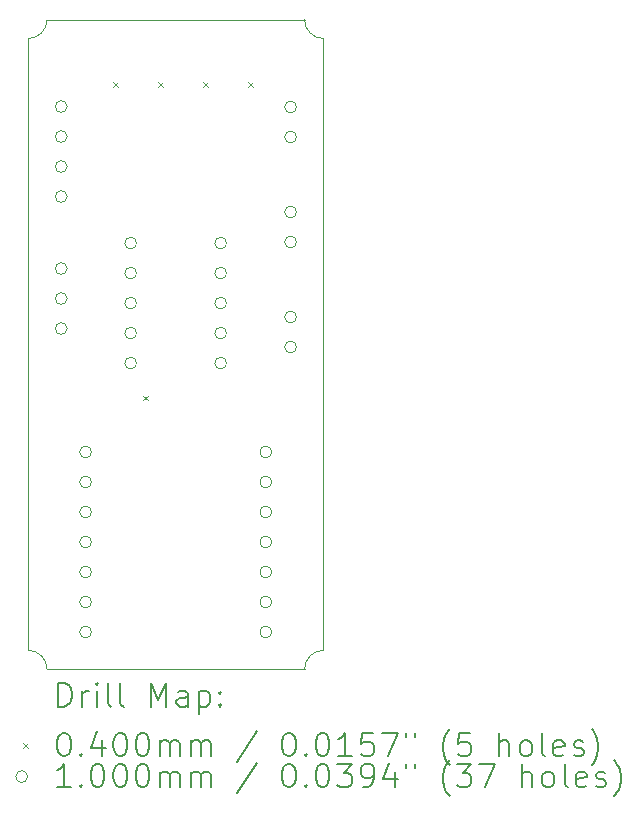
<source format=gbr>
%TF.GenerationSoftware,KiCad,Pcbnew,7.0.9*%
%TF.CreationDate,2025-03-23T17:44:27-04:00*%
%TF.ProjectId,Compact_Control,436f6d70-6163-4745-9f43-6f6e74726f6c,rev?*%
%TF.SameCoordinates,Original*%
%TF.FileFunction,Drillmap*%
%TF.FilePolarity,Positive*%
%FSLAX45Y45*%
G04 Gerber Fmt 4.5, Leading zero omitted, Abs format (unit mm)*
G04 Created by KiCad (PCBNEW 7.0.9) date 2025-03-23 17:44:27*
%MOMM*%
%LPD*%
G01*
G04 APERTURE LIST*
%ADD10C,0.100000*%
%ADD11C,0.200000*%
G04 APERTURE END LIST*
D10*
X160000Y-5500000D02*
G75*
G03*
X0Y-5340000I-160000J0D01*
G01*
X2500000Y-5340000D02*
G75*
G03*
X2340000Y-5500000I0J-160000D01*
G01*
X0Y-5340000D02*
X0Y-160000D01*
X2500000Y-160000D02*
X2500000Y-5340000D01*
X0Y-160000D02*
G75*
G03*
X160000Y0I0J160000D01*
G01*
X2340000Y0D02*
G75*
G03*
X2500000Y-160000I160000J0D01*
G01*
X2340000Y-5500000D02*
X160000Y-5500000D01*
X160000Y0D02*
X2340000Y0D01*
D11*
D10*
X720774Y-529196D02*
X760774Y-569196D01*
X760774Y-529196D02*
X720774Y-569196D01*
X974774Y-3183496D02*
X1014774Y-3223496D01*
X1014774Y-3183496D02*
X974774Y-3223496D01*
X1101774Y-529196D02*
X1141774Y-569196D01*
X1141774Y-529196D02*
X1101774Y-569196D01*
X1482774Y-529196D02*
X1522774Y-569196D01*
X1522774Y-529196D02*
X1482774Y-569196D01*
X1863774Y-529196D02*
X1903774Y-569196D01*
X1903774Y-529196D02*
X1863774Y-569196D01*
X329400Y-736600D02*
G75*
G03*
X329400Y-736600I-50000J0D01*
G01*
X329400Y-990600D02*
G75*
G03*
X329400Y-990600I-50000J0D01*
G01*
X329400Y-1244600D02*
G75*
G03*
X329400Y-1244600I-50000J0D01*
G01*
X329400Y-1498600D02*
G75*
G03*
X329400Y-1498600I-50000J0D01*
G01*
X329400Y-2108200D02*
G75*
G03*
X329400Y-2108200I-50000J0D01*
G01*
X329400Y-2362200D02*
G75*
G03*
X329400Y-2362200I-50000J0D01*
G01*
X329400Y-2616200D02*
G75*
G03*
X329400Y-2616200I-50000J0D01*
G01*
X536774Y-3660696D02*
G75*
G03*
X536774Y-3660696I-50000J0D01*
G01*
X536774Y-3914696D02*
G75*
G03*
X536774Y-3914696I-50000J0D01*
G01*
X536774Y-4168696D02*
G75*
G03*
X536774Y-4168696I-50000J0D01*
G01*
X536774Y-4422696D02*
G75*
G03*
X536774Y-4422696I-50000J0D01*
G01*
X536774Y-4676696D02*
G75*
G03*
X536774Y-4676696I-50000J0D01*
G01*
X536774Y-4930696D02*
G75*
G03*
X536774Y-4930696I-50000J0D01*
G01*
X536774Y-5184696D02*
G75*
G03*
X536774Y-5184696I-50000J0D01*
G01*
X917774Y-1892696D02*
G75*
G03*
X917774Y-1892696I-50000J0D01*
G01*
X917774Y-2146696D02*
G75*
G03*
X917774Y-2146696I-50000J0D01*
G01*
X917774Y-2400696D02*
G75*
G03*
X917774Y-2400696I-50000J0D01*
G01*
X917774Y-2654696D02*
G75*
G03*
X917774Y-2654696I-50000J0D01*
G01*
X917774Y-2908696D02*
G75*
G03*
X917774Y-2908696I-50000J0D01*
G01*
X1679774Y-1892696D02*
G75*
G03*
X1679774Y-1892696I-50000J0D01*
G01*
X1679774Y-2146696D02*
G75*
G03*
X1679774Y-2146696I-50000J0D01*
G01*
X1679774Y-2400696D02*
G75*
G03*
X1679774Y-2400696I-50000J0D01*
G01*
X1679774Y-2654696D02*
G75*
G03*
X1679774Y-2654696I-50000J0D01*
G01*
X1679774Y-2908696D02*
G75*
G03*
X1679774Y-2908696I-50000J0D01*
G01*
X2061774Y-3660696D02*
G75*
G03*
X2061774Y-3660696I-50000J0D01*
G01*
X2061774Y-3914696D02*
G75*
G03*
X2061774Y-3914696I-50000J0D01*
G01*
X2061774Y-4168696D02*
G75*
G03*
X2061774Y-4168696I-50000J0D01*
G01*
X2061774Y-4422696D02*
G75*
G03*
X2061774Y-4422696I-50000J0D01*
G01*
X2061774Y-4676696D02*
G75*
G03*
X2061774Y-4676696I-50000J0D01*
G01*
X2061774Y-4930696D02*
G75*
G03*
X2061774Y-4930696I-50000J0D01*
G01*
X2061774Y-5184696D02*
G75*
G03*
X2061774Y-5184696I-50000J0D01*
G01*
X2272500Y-739696D02*
G75*
G03*
X2272500Y-739696I-50000J0D01*
G01*
X2272500Y-993696D02*
G75*
G03*
X2272500Y-993696I-50000J0D01*
G01*
X2272500Y-1628696D02*
G75*
G03*
X2272500Y-1628696I-50000J0D01*
G01*
X2272500Y-1882696D02*
G75*
G03*
X2272500Y-1882696I-50000J0D01*
G01*
X2272500Y-2517696D02*
G75*
G03*
X2272500Y-2517696I-50000J0D01*
G01*
X2272500Y-2771696D02*
G75*
G03*
X2272500Y-2771696I-50000J0D01*
G01*
D11*
X255777Y-5816484D02*
X255777Y-5616484D01*
X255777Y-5616484D02*
X303396Y-5616484D01*
X303396Y-5616484D02*
X331967Y-5626008D01*
X331967Y-5626008D02*
X351015Y-5645055D01*
X351015Y-5645055D02*
X360539Y-5664103D01*
X360539Y-5664103D02*
X370062Y-5702198D01*
X370062Y-5702198D02*
X370062Y-5730769D01*
X370062Y-5730769D02*
X360539Y-5768865D01*
X360539Y-5768865D02*
X351015Y-5787912D01*
X351015Y-5787912D02*
X331967Y-5806960D01*
X331967Y-5806960D02*
X303396Y-5816484D01*
X303396Y-5816484D02*
X255777Y-5816484D01*
X455777Y-5816484D02*
X455777Y-5683150D01*
X455777Y-5721246D02*
X465301Y-5702198D01*
X465301Y-5702198D02*
X474824Y-5692674D01*
X474824Y-5692674D02*
X493872Y-5683150D01*
X493872Y-5683150D02*
X512920Y-5683150D01*
X579586Y-5816484D02*
X579586Y-5683150D01*
X579586Y-5616484D02*
X570063Y-5626008D01*
X570063Y-5626008D02*
X579586Y-5635531D01*
X579586Y-5635531D02*
X589110Y-5626008D01*
X589110Y-5626008D02*
X579586Y-5616484D01*
X579586Y-5616484D02*
X579586Y-5635531D01*
X703396Y-5816484D02*
X684348Y-5806960D01*
X684348Y-5806960D02*
X674824Y-5787912D01*
X674824Y-5787912D02*
X674824Y-5616484D01*
X808158Y-5816484D02*
X789110Y-5806960D01*
X789110Y-5806960D02*
X779586Y-5787912D01*
X779586Y-5787912D02*
X779586Y-5616484D01*
X1036729Y-5816484D02*
X1036729Y-5616484D01*
X1036729Y-5616484D02*
X1103396Y-5759341D01*
X1103396Y-5759341D02*
X1170063Y-5616484D01*
X1170063Y-5616484D02*
X1170063Y-5816484D01*
X1351015Y-5816484D02*
X1351015Y-5711722D01*
X1351015Y-5711722D02*
X1341491Y-5692674D01*
X1341491Y-5692674D02*
X1322444Y-5683150D01*
X1322444Y-5683150D02*
X1284348Y-5683150D01*
X1284348Y-5683150D02*
X1265301Y-5692674D01*
X1351015Y-5806960D02*
X1331967Y-5816484D01*
X1331967Y-5816484D02*
X1284348Y-5816484D01*
X1284348Y-5816484D02*
X1265301Y-5806960D01*
X1265301Y-5806960D02*
X1255777Y-5787912D01*
X1255777Y-5787912D02*
X1255777Y-5768865D01*
X1255777Y-5768865D02*
X1265301Y-5749817D01*
X1265301Y-5749817D02*
X1284348Y-5740293D01*
X1284348Y-5740293D02*
X1331967Y-5740293D01*
X1331967Y-5740293D02*
X1351015Y-5730769D01*
X1446253Y-5683150D02*
X1446253Y-5883150D01*
X1446253Y-5692674D02*
X1465301Y-5683150D01*
X1465301Y-5683150D02*
X1503396Y-5683150D01*
X1503396Y-5683150D02*
X1522443Y-5692674D01*
X1522443Y-5692674D02*
X1531967Y-5702198D01*
X1531967Y-5702198D02*
X1541491Y-5721246D01*
X1541491Y-5721246D02*
X1541491Y-5778388D01*
X1541491Y-5778388D02*
X1531967Y-5797436D01*
X1531967Y-5797436D02*
X1522443Y-5806960D01*
X1522443Y-5806960D02*
X1503396Y-5816484D01*
X1503396Y-5816484D02*
X1465301Y-5816484D01*
X1465301Y-5816484D02*
X1446253Y-5806960D01*
X1627205Y-5797436D02*
X1636729Y-5806960D01*
X1636729Y-5806960D02*
X1627205Y-5816484D01*
X1627205Y-5816484D02*
X1617682Y-5806960D01*
X1617682Y-5806960D02*
X1627205Y-5797436D01*
X1627205Y-5797436D02*
X1627205Y-5816484D01*
X1627205Y-5692674D02*
X1636729Y-5702198D01*
X1636729Y-5702198D02*
X1627205Y-5711722D01*
X1627205Y-5711722D02*
X1617682Y-5702198D01*
X1617682Y-5702198D02*
X1627205Y-5692674D01*
X1627205Y-5692674D02*
X1627205Y-5711722D01*
D10*
X-45000Y-6125000D02*
X-5000Y-6165000D01*
X-5000Y-6125000D02*
X-45000Y-6165000D01*
D11*
X293872Y-6036484D02*
X312920Y-6036484D01*
X312920Y-6036484D02*
X331967Y-6046008D01*
X331967Y-6046008D02*
X341491Y-6055531D01*
X341491Y-6055531D02*
X351015Y-6074579D01*
X351015Y-6074579D02*
X360539Y-6112674D01*
X360539Y-6112674D02*
X360539Y-6160293D01*
X360539Y-6160293D02*
X351015Y-6198388D01*
X351015Y-6198388D02*
X341491Y-6217436D01*
X341491Y-6217436D02*
X331967Y-6226960D01*
X331967Y-6226960D02*
X312920Y-6236484D01*
X312920Y-6236484D02*
X293872Y-6236484D01*
X293872Y-6236484D02*
X274824Y-6226960D01*
X274824Y-6226960D02*
X265301Y-6217436D01*
X265301Y-6217436D02*
X255777Y-6198388D01*
X255777Y-6198388D02*
X246253Y-6160293D01*
X246253Y-6160293D02*
X246253Y-6112674D01*
X246253Y-6112674D02*
X255777Y-6074579D01*
X255777Y-6074579D02*
X265301Y-6055531D01*
X265301Y-6055531D02*
X274824Y-6046008D01*
X274824Y-6046008D02*
X293872Y-6036484D01*
X446253Y-6217436D02*
X455777Y-6226960D01*
X455777Y-6226960D02*
X446253Y-6236484D01*
X446253Y-6236484D02*
X436729Y-6226960D01*
X436729Y-6226960D02*
X446253Y-6217436D01*
X446253Y-6217436D02*
X446253Y-6236484D01*
X627205Y-6103150D02*
X627205Y-6236484D01*
X579586Y-6026960D02*
X531967Y-6169817D01*
X531967Y-6169817D02*
X655777Y-6169817D01*
X770062Y-6036484D02*
X789110Y-6036484D01*
X789110Y-6036484D02*
X808158Y-6046008D01*
X808158Y-6046008D02*
X817682Y-6055531D01*
X817682Y-6055531D02*
X827205Y-6074579D01*
X827205Y-6074579D02*
X836729Y-6112674D01*
X836729Y-6112674D02*
X836729Y-6160293D01*
X836729Y-6160293D02*
X827205Y-6198388D01*
X827205Y-6198388D02*
X817682Y-6217436D01*
X817682Y-6217436D02*
X808158Y-6226960D01*
X808158Y-6226960D02*
X789110Y-6236484D01*
X789110Y-6236484D02*
X770062Y-6236484D01*
X770062Y-6236484D02*
X751015Y-6226960D01*
X751015Y-6226960D02*
X741491Y-6217436D01*
X741491Y-6217436D02*
X731967Y-6198388D01*
X731967Y-6198388D02*
X722443Y-6160293D01*
X722443Y-6160293D02*
X722443Y-6112674D01*
X722443Y-6112674D02*
X731967Y-6074579D01*
X731967Y-6074579D02*
X741491Y-6055531D01*
X741491Y-6055531D02*
X751015Y-6046008D01*
X751015Y-6046008D02*
X770062Y-6036484D01*
X960539Y-6036484D02*
X979586Y-6036484D01*
X979586Y-6036484D02*
X998634Y-6046008D01*
X998634Y-6046008D02*
X1008158Y-6055531D01*
X1008158Y-6055531D02*
X1017682Y-6074579D01*
X1017682Y-6074579D02*
X1027205Y-6112674D01*
X1027205Y-6112674D02*
X1027205Y-6160293D01*
X1027205Y-6160293D02*
X1017682Y-6198388D01*
X1017682Y-6198388D02*
X1008158Y-6217436D01*
X1008158Y-6217436D02*
X998634Y-6226960D01*
X998634Y-6226960D02*
X979586Y-6236484D01*
X979586Y-6236484D02*
X960539Y-6236484D01*
X960539Y-6236484D02*
X941491Y-6226960D01*
X941491Y-6226960D02*
X931967Y-6217436D01*
X931967Y-6217436D02*
X922443Y-6198388D01*
X922443Y-6198388D02*
X912920Y-6160293D01*
X912920Y-6160293D02*
X912920Y-6112674D01*
X912920Y-6112674D02*
X922443Y-6074579D01*
X922443Y-6074579D02*
X931967Y-6055531D01*
X931967Y-6055531D02*
X941491Y-6046008D01*
X941491Y-6046008D02*
X960539Y-6036484D01*
X1112920Y-6236484D02*
X1112920Y-6103150D01*
X1112920Y-6122198D02*
X1122444Y-6112674D01*
X1122444Y-6112674D02*
X1141491Y-6103150D01*
X1141491Y-6103150D02*
X1170063Y-6103150D01*
X1170063Y-6103150D02*
X1189110Y-6112674D01*
X1189110Y-6112674D02*
X1198634Y-6131722D01*
X1198634Y-6131722D02*
X1198634Y-6236484D01*
X1198634Y-6131722D02*
X1208158Y-6112674D01*
X1208158Y-6112674D02*
X1227205Y-6103150D01*
X1227205Y-6103150D02*
X1255777Y-6103150D01*
X1255777Y-6103150D02*
X1274825Y-6112674D01*
X1274825Y-6112674D02*
X1284348Y-6131722D01*
X1284348Y-6131722D02*
X1284348Y-6236484D01*
X1379586Y-6236484D02*
X1379586Y-6103150D01*
X1379586Y-6122198D02*
X1389110Y-6112674D01*
X1389110Y-6112674D02*
X1408158Y-6103150D01*
X1408158Y-6103150D02*
X1436729Y-6103150D01*
X1436729Y-6103150D02*
X1455777Y-6112674D01*
X1455777Y-6112674D02*
X1465301Y-6131722D01*
X1465301Y-6131722D02*
X1465301Y-6236484D01*
X1465301Y-6131722D02*
X1474824Y-6112674D01*
X1474824Y-6112674D02*
X1493872Y-6103150D01*
X1493872Y-6103150D02*
X1522443Y-6103150D01*
X1522443Y-6103150D02*
X1541491Y-6112674D01*
X1541491Y-6112674D02*
X1551015Y-6131722D01*
X1551015Y-6131722D02*
X1551015Y-6236484D01*
X1941491Y-6026960D02*
X1770063Y-6284103D01*
X2198634Y-6036484D02*
X2217682Y-6036484D01*
X2217682Y-6036484D02*
X2236729Y-6046008D01*
X2236729Y-6046008D02*
X2246253Y-6055531D01*
X2246253Y-6055531D02*
X2255777Y-6074579D01*
X2255777Y-6074579D02*
X2265301Y-6112674D01*
X2265301Y-6112674D02*
X2265301Y-6160293D01*
X2265301Y-6160293D02*
X2255777Y-6198388D01*
X2255777Y-6198388D02*
X2246253Y-6217436D01*
X2246253Y-6217436D02*
X2236729Y-6226960D01*
X2236729Y-6226960D02*
X2217682Y-6236484D01*
X2217682Y-6236484D02*
X2198634Y-6236484D01*
X2198634Y-6236484D02*
X2179587Y-6226960D01*
X2179587Y-6226960D02*
X2170063Y-6217436D01*
X2170063Y-6217436D02*
X2160539Y-6198388D01*
X2160539Y-6198388D02*
X2151015Y-6160293D01*
X2151015Y-6160293D02*
X2151015Y-6112674D01*
X2151015Y-6112674D02*
X2160539Y-6074579D01*
X2160539Y-6074579D02*
X2170063Y-6055531D01*
X2170063Y-6055531D02*
X2179587Y-6046008D01*
X2179587Y-6046008D02*
X2198634Y-6036484D01*
X2351015Y-6217436D02*
X2360539Y-6226960D01*
X2360539Y-6226960D02*
X2351015Y-6236484D01*
X2351015Y-6236484D02*
X2341491Y-6226960D01*
X2341491Y-6226960D02*
X2351015Y-6217436D01*
X2351015Y-6217436D02*
X2351015Y-6236484D01*
X2484348Y-6036484D02*
X2503396Y-6036484D01*
X2503396Y-6036484D02*
X2522444Y-6046008D01*
X2522444Y-6046008D02*
X2531968Y-6055531D01*
X2531968Y-6055531D02*
X2541491Y-6074579D01*
X2541491Y-6074579D02*
X2551015Y-6112674D01*
X2551015Y-6112674D02*
X2551015Y-6160293D01*
X2551015Y-6160293D02*
X2541491Y-6198388D01*
X2541491Y-6198388D02*
X2531968Y-6217436D01*
X2531968Y-6217436D02*
X2522444Y-6226960D01*
X2522444Y-6226960D02*
X2503396Y-6236484D01*
X2503396Y-6236484D02*
X2484348Y-6236484D01*
X2484348Y-6236484D02*
X2465301Y-6226960D01*
X2465301Y-6226960D02*
X2455777Y-6217436D01*
X2455777Y-6217436D02*
X2446253Y-6198388D01*
X2446253Y-6198388D02*
X2436729Y-6160293D01*
X2436729Y-6160293D02*
X2436729Y-6112674D01*
X2436729Y-6112674D02*
X2446253Y-6074579D01*
X2446253Y-6074579D02*
X2455777Y-6055531D01*
X2455777Y-6055531D02*
X2465301Y-6046008D01*
X2465301Y-6046008D02*
X2484348Y-6036484D01*
X2741491Y-6236484D02*
X2627206Y-6236484D01*
X2684348Y-6236484D02*
X2684348Y-6036484D01*
X2684348Y-6036484D02*
X2665301Y-6065055D01*
X2665301Y-6065055D02*
X2646253Y-6084103D01*
X2646253Y-6084103D02*
X2627206Y-6093627D01*
X2922444Y-6036484D02*
X2827206Y-6036484D01*
X2827206Y-6036484D02*
X2817682Y-6131722D01*
X2817682Y-6131722D02*
X2827206Y-6122198D01*
X2827206Y-6122198D02*
X2846253Y-6112674D01*
X2846253Y-6112674D02*
X2893872Y-6112674D01*
X2893872Y-6112674D02*
X2912920Y-6122198D01*
X2912920Y-6122198D02*
X2922444Y-6131722D01*
X2922444Y-6131722D02*
X2931967Y-6150769D01*
X2931967Y-6150769D02*
X2931967Y-6198388D01*
X2931967Y-6198388D02*
X2922444Y-6217436D01*
X2922444Y-6217436D02*
X2912920Y-6226960D01*
X2912920Y-6226960D02*
X2893872Y-6236484D01*
X2893872Y-6236484D02*
X2846253Y-6236484D01*
X2846253Y-6236484D02*
X2827206Y-6226960D01*
X2827206Y-6226960D02*
X2817682Y-6217436D01*
X2998634Y-6036484D02*
X3131967Y-6036484D01*
X3131967Y-6036484D02*
X3046253Y-6236484D01*
X3198634Y-6036484D02*
X3198634Y-6074579D01*
X3274825Y-6036484D02*
X3274825Y-6074579D01*
X3570063Y-6312674D02*
X3560539Y-6303150D01*
X3560539Y-6303150D02*
X3541491Y-6274579D01*
X3541491Y-6274579D02*
X3531968Y-6255531D01*
X3531968Y-6255531D02*
X3522444Y-6226960D01*
X3522444Y-6226960D02*
X3512920Y-6179341D01*
X3512920Y-6179341D02*
X3512920Y-6141246D01*
X3512920Y-6141246D02*
X3522444Y-6093627D01*
X3522444Y-6093627D02*
X3531968Y-6065055D01*
X3531968Y-6065055D02*
X3541491Y-6046008D01*
X3541491Y-6046008D02*
X3560539Y-6017436D01*
X3560539Y-6017436D02*
X3570063Y-6007912D01*
X3741491Y-6036484D02*
X3646253Y-6036484D01*
X3646253Y-6036484D02*
X3636729Y-6131722D01*
X3636729Y-6131722D02*
X3646253Y-6122198D01*
X3646253Y-6122198D02*
X3665301Y-6112674D01*
X3665301Y-6112674D02*
X3712920Y-6112674D01*
X3712920Y-6112674D02*
X3731968Y-6122198D01*
X3731968Y-6122198D02*
X3741491Y-6131722D01*
X3741491Y-6131722D02*
X3751015Y-6150769D01*
X3751015Y-6150769D02*
X3751015Y-6198388D01*
X3751015Y-6198388D02*
X3741491Y-6217436D01*
X3741491Y-6217436D02*
X3731968Y-6226960D01*
X3731968Y-6226960D02*
X3712920Y-6236484D01*
X3712920Y-6236484D02*
X3665301Y-6236484D01*
X3665301Y-6236484D02*
X3646253Y-6226960D01*
X3646253Y-6226960D02*
X3636729Y-6217436D01*
X3989110Y-6236484D02*
X3989110Y-6036484D01*
X4074825Y-6236484D02*
X4074825Y-6131722D01*
X4074825Y-6131722D02*
X4065301Y-6112674D01*
X4065301Y-6112674D02*
X4046253Y-6103150D01*
X4046253Y-6103150D02*
X4017682Y-6103150D01*
X4017682Y-6103150D02*
X3998634Y-6112674D01*
X3998634Y-6112674D02*
X3989110Y-6122198D01*
X4198634Y-6236484D02*
X4179587Y-6226960D01*
X4179587Y-6226960D02*
X4170063Y-6217436D01*
X4170063Y-6217436D02*
X4160539Y-6198388D01*
X4160539Y-6198388D02*
X4160539Y-6141246D01*
X4160539Y-6141246D02*
X4170063Y-6122198D01*
X4170063Y-6122198D02*
X4179587Y-6112674D01*
X4179587Y-6112674D02*
X4198634Y-6103150D01*
X4198634Y-6103150D02*
X4227206Y-6103150D01*
X4227206Y-6103150D02*
X4246253Y-6112674D01*
X4246253Y-6112674D02*
X4255777Y-6122198D01*
X4255777Y-6122198D02*
X4265301Y-6141246D01*
X4265301Y-6141246D02*
X4265301Y-6198388D01*
X4265301Y-6198388D02*
X4255777Y-6217436D01*
X4255777Y-6217436D02*
X4246253Y-6226960D01*
X4246253Y-6226960D02*
X4227206Y-6236484D01*
X4227206Y-6236484D02*
X4198634Y-6236484D01*
X4379587Y-6236484D02*
X4360539Y-6226960D01*
X4360539Y-6226960D02*
X4351015Y-6207912D01*
X4351015Y-6207912D02*
X4351015Y-6036484D01*
X4531968Y-6226960D02*
X4512920Y-6236484D01*
X4512920Y-6236484D02*
X4474825Y-6236484D01*
X4474825Y-6236484D02*
X4455777Y-6226960D01*
X4455777Y-6226960D02*
X4446253Y-6207912D01*
X4446253Y-6207912D02*
X4446253Y-6131722D01*
X4446253Y-6131722D02*
X4455777Y-6112674D01*
X4455777Y-6112674D02*
X4474825Y-6103150D01*
X4474825Y-6103150D02*
X4512920Y-6103150D01*
X4512920Y-6103150D02*
X4531968Y-6112674D01*
X4531968Y-6112674D02*
X4541492Y-6131722D01*
X4541492Y-6131722D02*
X4541492Y-6150769D01*
X4541492Y-6150769D02*
X4446253Y-6169817D01*
X4617682Y-6226960D02*
X4636730Y-6236484D01*
X4636730Y-6236484D02*
X4674825Y-6236484D01*
X4674825Y-6236484D02*
X4693873Y-6226960D01*
X4693873Y-6226960D02*
X4703396Y-6207912D01*
X4703396Y-6207912D02*
X4703396Y-6198388D01*
X4703396Y-6198388D02*
X4693873Y-6179341D01*
X4693873Y-6179341D02*
X4674825Y-6169817D01*
X4674825Y-6169817D02*
X4646253Y-6169817D01*
X4646253Y-6169817D02*
X4627206Y-6160293D01*
X4627206Y-6160293D02*
X4617682Y-6141246D01*
X4617682Y-6141246D02*
X4617682Y-6131722D01*
X4617682Y-6131722D02*
X4627206Y-6112674D01*
X4627206Y-6112674D02*
X4646253Y-6103150D01*
X4646253Y-6103150D02*
X4674825Y-6103150D01*
X4674825Y-6103150D02*
X4693873Y-6112674D01*
X4770063Y-6312674D02*
X4779587Y-6303150D01*
X4779587Y-6303150D02*
X4798634Y-6274579D01*
X4798634Y-6274579D02*
X4808158Y-6255531D01*
X4808158Y-6255531D02*
X4817682Y-6226960D01*
X4817682Y-6226960D02*
X4827206Y-6179341D01*
X4827206Y-6179341D02*
X4827206Y-6141246D01*
X4827206Y-6141246D02*
X4817682Y-6093627D01*
X4817682Y-6093627D02*
X4808158Y-6065055D01*
X4808158Y-6065055D02*
X4798634Y-6046008D01*
X4798634Y-6046008D02*
X4779587Y-6017436D01*
X4779587Y-6017436D02*
X4770063Y-6007912D01*
D10*
X-5000Y-6409000D02*
G75*
G03*
X-5000Y-6409000I-50000J0D01*
G01*
D11*
X360539Y-6500484D02*
X246253Y-6500484D01*
X303396Y-6500484D02*
X303396Y-6300484D01*
X303396Y-6300484D02*
X284348Y-6329055D01*
X284348Y-6329055D02*
X265301Y-6348103D01*
X265301Y-6348103D02*
X246253Y-6357627D01*
X446253Y-6481436D02*
X455777Y-6490960D01*
X455777Y-6490960D02*
X446253Y-6500484D01*
X446253Y-6500484D02*
X436729Y-6490960D01*
X436729Y-6490960D02*
X446253Y-6481436D01*
X446253Y-6481436D02*
X446253Y-6500484D01*
X579586Y-6300484D02*
X598634Y-6300484D01*
X598634Y-6300484D02*
X617682Y-6310008D01*
X617682Y-6310008D02*
X627205Y-6319531D01*
X627205Y-6319531D02*
X636729Y-6338579D01*
X636729Y-6338579D02*
X646253Y-6376674D01*
X646253Y-6376674D02*
X646253Y-6424293D01*
X646253Y-6424293D02*
X636729Y-6462388D01*
X636729Y-6462388D02*
X627205Y-6481436D01*
X627205Y-6481436D02*
X617682Y-6490960D01*
X617682Y-6490960D02*
X598634Y-6500484D01*
X598634Y-6500484D02*
X579586Y-6500484D01*
X579586Y-6500484D02*
X560539Y-6490960D01*
X560539Y-6490960D02*
X551015Y-6481436D01*
X551015Y-6481436D02*
X541491Y-6462388D01*
X541491Y-6462388D02*
X531967Y-6424293D01*
X531967Y-6424293D02*
X531967Y-6376674D01*
X531967Y-6376674D02*
X541491Y-6338579D01*
X541491Y-6338579D02*
X551015Y-6319531D01*
X551015Y-6319531D02*
X560539Y-6310008D01*
X560539Y-6310008D02*
X579586Y-6300484D01*
X770062Y-6300484D02*
X789110Y-6300484D01*
X789110Y-6300484D02*
X808158Y-6310008D01*
X808158Y-6310008D02*
X817682Y-6319531D01*
X817682Y-6319531D02*
X827205Y-6338579D01*
X827205Y-6338579D02*
X836729Y-6376674D01*
X836729Y-6376674D02*
X836729Y-6424293D01*
X836729Y-6424293D02*
X827205Y-6462388D01*
X827205Y-6462388D02*
X817682Y-6481436D01*
X817682Y-6481436D02*
X808158Y-6490960D01*
X808158Y-6490960D02*
X789110Y-6500484D01*
X789110Y-6500484D02*
X770062Y-6500484D01*
X770062Y-6500484D02*
X751015Y-6490960D01*
X751015Y-6490960D02*
X741491Y-6481436D01*
X741491Y-6481436D02*
X731967Y-6462388D01*
X731967Y-6462388D02*
X722443Y-6424293D01*
X722443Y-6424293D02*
X722443Y-6376674D01*
X722443Y-6376674D02*
X731967Y-6338579D01*
X731967Y-6338579D02*
X741491Y-6319531D01*
X741491Y-6319531D02*
X751015Y-6310008D01*
X751015Y-6310008D02*
X770062Y-6300484D01*
X960539Y-6300484D02*
X979586Y-6300484D01*
X979586Y-6300484D02*
X998634Y-6310008D01*
X998634Y-6310008D02*
X1008158Y-6319531D01*
X1008158Y-6319531D02*
X1017682Y-6338579D01*
X1017682Y-6338579D02*
X1027205Y-6376674D01*
X1027205Y-6376674D02*
X1027205Y-6424293D01*
X1027205Y-6424293D02*
X1017682Y-6462388D01*
X1017682Y-6462388D02*
X1008158Y-6481436D01*
X1008158Y-6481436D02*
X998634Y-6490960D01*
X998634Y-6490960D02*
X979586Y-6500484D01*
X979586Y-6500484D02*
X960539Y-6500484D01*
X960539Y-6500484D02*
X941491Y-6490960D01*
X941491Y-6490960D02*
X931967Y-6481436D01*
X931967Y-6481436D02*
X922443Y-6462388D01*
X922443Y-6462388D02*
X912920Y-6424293D01*
X912920Y-6424293D02*
X912920Y-6376674D01*
X912920Y-6376674D02*
X922443Y-6338579D01*
X922443Y-6338579D02*
X931967Y-6319531D01*
X931967Y-6319531D02*
X941491Y-6310008D01*
X941491Y-6310008D02*
X960539Y-6300484D01*
X1112920Y-6500484D02*
X1112920Y-6367150D01*
X1112920Y-6386198D02*
X1122444Y-6376674D01*
X1122444Y-6376674D02*
X1141491Y-6367150D01*
X1141491Y-6367150D02*
X1170063Y-6367150D01*
X1170063Y-6367150D02*
X1189110Y-6376674D01*
X1189110Y-6376674D02*
X1198634Y-6395722D01*
X1198634Y-6395722D02*
X1198634Y-6500484D01*
X1198634Y-6395722D02*
X1208158Y-6376674D01*
X1208158Y-6376674D02*
X1227205Y-6367150D01*
X1227205Y-6367150D02*
X1255777Y-6367150D01*
X1255777Y-6367150D02*
X1274825Y-6376674D01*
X1274825Y-6376674D02*
X1284348Y-6395722D01*
X1284348Y-6395722D02*
X1284348Y-6500484D01*
X1379586Y-6500484D02*
X1379586Y-6367150D01*
X1379586Y-6386198D02*
X1389110Y-6376674D01*
X1389110Y-6376674D02*
X1408158Y-6367150D01*
X1408158Y-6367150D02*
X1436729Y-6367150D01*
X1436729Y-6367150D02*
X1455777Y-6376674D01*
X1455777Y-6376674D02*
X1465301Y-6395722D01*
X1465301Y-6395722D02*
X1465301Y-6500484D01*
X1465301Y-6395722D02*
X1474824Y-6376674D01*
X1474824Y-6376674D02*
X1493872Y-6367150D01*
X1493872Y-6367150D02*
X1522443Y-6367150D01*
X1522443Y-6367150D02*
X1541491Y-6376674D01*
X1541491Y-6376674D02*
X1551015Y-6395722D01*
X1551015Y-6395722D02*
X1551015Y-6500484D01*
X1941491Y-6290960D02*
X1770063Y-6548103D01*
X2198634Y-6300484D02*
X2217682Y-6300484D01*
X2217682Y-6300484D02*
X2236729Y-6310008D01*
X2236729Y-6310008D02*
X2246253Y-6319531D01*
X2246253Y-6319531D02*
X2255777Y-6338579D01*
X2255777Y-6338579D02*
X2265301Y-6376674D01*
X2265301Y-6376674D02*
X2265301Y-6424293D01*
X2265301Y-6424293D02*
X2255777Y-6462388D01*
X2255777Y-6462388D02*
X2246253Y-6481436D01*
X2246253Y-6481436D02*
X2236729Y-6490960D01*
X2236729Y-6490960D02*
X2217682Y-6500484D01*
X2217682Y-6500484D02*
X2198634Y-6500484D01*
X2198634Y-6500484D02*
X2179587Y-6490960D01*
X2179587Y-6490960D02*
X2170063Y-6481436D01*
X2170063Y-6481436D02*
X2160539Y-6462388D01*
X2160539Y-6462388D02*
X2151015Y-6424293D01*
X2151015Y-6424293D02*
X2151015Y-6376674D01*
X2151015Y-6376674D02*
X2160539Y-6338579D01*
X2160539Y-6338579D02*
X2170063Y-6319531D01*
X2170063Y-6319531D02*
X2179587Y-6310008D01*
X2179587Y-6310008D02*
X2198634Y-6300484D01*
X2351015Y-6481436D02*
X2360539Y-6490960D01*
X2360539Y-6490960D02*
X2351015Y-6500484D01*
X2351015Y-6500484D02*
X2341491Y-6490960D01*
X2341491Y-6490960D02*
X2351015Y-6481436D01*
X2351015Y-6481436D02*
X2351015Y-6500484D01*
X2484348Y-6300484D02*
X2503396Y-6300484D01*
X2503396Y-6300484D02*
X2522444Y-6310008D01*
X2522444Y-6310008D02*
X2531968Y-6319531D01*
X2531968Y-6319531D02*
X2541491Y-6338579D01*
X2541491Y-6338579D02*
X2551015Y-6376674D01*
X2551015Y-6376674D02*
X2551015Y-6424293D01*
X2551015Y-6424293D02*
X2541491Y-6462388D01*
X2541491Y-6462388D02*
X2531968Y-6481436D01*
X2531968Y-6481436D02*
X2522444Y-6490960D01*
X2522444Y-6490960D02*
X2503396Y-6500484D01*
X2503396Y-6500484D02*
X2484348Y-6500484D01*
X2484348Y-6500484D02*
X2465301Y-6490960D01*
X2465301Y-6490960D02*
X2455777Y-6481436D01*
X2455777Y-6481436D02*
X2446253Y-6462388D01*
X2446253Y-6462388D02*
X2436729Y-6424293D01*
X2436729Y-6424293D02*
X2436729Y-6376674D01*
X2436729Y-6376674D02*
X2446253Y-6338579D01*
X2446253Y-6338579D02*
X2455777Y-6319531D01*
X2455777Y-6319531D02*
X2465301Y-6310008D01*
X2465301Y-6310008D02*
X2484348Y-6300484D01*
X2617682Y-6300484D02*
X2741491Y-6300484D01*
X2741491Y-6300484D02*
X2674825Y-6376674D01*
X2674825Y-6376674D02*
X2703396Y-6376674D01*
X2703396Y-6376674D02*
X2722444Y-6386198D01*
X2722444Y-6386198D02*
X2731968Y-6395722D01*
X2731968Y-6395722D02*
X2741491Y-6414769D01*
X2741491Y-6414769D02*
X2741491Y-6462388D01*
X2741491Y-6462388D02*
X2731968Y-6481436D01*
X2731968Y-6481436D02*
X2722444Y-6490960D01*
X2722444Y-6490960D02*
X2703396Y-6500484D01*
X2703396Y-6500484D02*
X2646253Y-6500484D01*
X2646253Y-6500484D02*
X2627206Y-6490960D01*
X2627206Y-6490960D02*
X2617682Y-6481436D01*
X2836729Y-6500484D02*
X2874825Y-6500484D01*
X2874825Y-6500484D02*
X2893872Y-6490960D01*
X2893872Y-6490960D02*
X2903396Y-6481436D01*
X2903396Y-6481436D02*
X2922444Y-6452865D01*
X2922444Y-6452865D02*
X2931967Y-6414769D01*
X2931967Y-6414769D02*
X2931967Y-6338579D01*
X2931967Y-6338579D02*
X2922444Y-6319531D01*
X2922444Y-6319531D02*
X2912920Y-6310008D01*
X2912920Y-6310008D02*
X2893872Y-6300484D01*
X2893872Y-6300484D02*
X2855777Y-6300484D01*
X2855777Y-6300484D02*
X2836729Y-6310008D01*
X2836729Y-6310008D02*
X2827206Y-6319531D01*
X2827206Y-6319531D02*
X2817682Y-6338579D01*
X2817682Y-6338579D02*
X2817682Y-6386198D01*
X2817682Y-6386198D02*
X2827206Y-6405246D01*
X2827206Y-6405246D02*
X2836729Y-6414769D01*
X2836729Y-6414769D02*
X2855777Y-6424293D01*
X2855777Y-6424293D02*
X2893872Y-6424293D01*
X2893872Y-6424293D02*
X2912920Y-6414769D01*
X2912920Y-6414769D02*
X2922444Y-6405246D01*
X2922444Y-6405246D02*
X2931967Y-6386198D01*
X3103396Y-6367150D02*
X3103396Y-6500484D01*
X3055777Y-6290960D02*
X3008158Y-6433817D01*
X3008158Y-6433817D02*
X3131967Y-6433817D01*
X3198634Y-6300484D02*
X3198634Y-6338579D01*
X3274825Y-6300484D02*
X3274825Y-6338579D01*
X3570063Y-6576674D02*
X3560539Y-6567150D01*
X3560539Y-6567150D02*
X3541491Y-6538579D01*
X3541491Y-6538579D02*
X3531968Y-6519531D01*
X3531968Y-6519531D02*
X3522444Y-6490960D01*
X3522444Y-6490960D02*
X3512920Y-6443341D01*
X3512920Y-6443341D02*
X3512920Y-6405246D01*
X3512920Y-6405246D02*
X3522444Y-6357627D01*
X3522444Y-6357627D02*
X3531968Y-6329055D01*
X3531968Y-6329055D02*
X3541491Y-6310008D01*
X3541491Y-6310008D02*
X3560539Y-6281436D01*
X3560539Y-6281436D02*
X3570063Y-6271912D01*
X3627206Y-6300484D02*
X3751015Y-6300484D01*
X3751015Y-6300484D02*
X3684348Y-6376674D01*
X3684348Y-6376674D02*
X3712920Y-6376674D01*
X3712920Y-6376674D02*
X3731968Y-6386198D01*
X3731968Y-6386198D02*
X3741491Y-6395722D01*
X3741491Y-6395722D02*
X3751015Y-6414769D01*
X3751015Y-6414769D02*
X3751015Y-6462388D01*
X3751015Y-6462388D02*
X3741491Y-6481436D01*
X3741491Y-6481436D02*
X3731968Y-6490960D01*
X3731968Y-6490960D02*
X3712920Y-6500484D01*
X3712920Y-6500484D02*
X3655777Y-6500484D01*
X3655777Y-6500484D02*
X3636729Y-6490960D01*
X3636729Y-6490960D02*
X3627206Y-6481436D01*
X3817682Y-6300484D02*
X3951015Y-6300484D01*
X3951015Y-6300484D02*
X3865301Y-6500484D01*
X4179587Y-6500484D02*
X4179587Y-6300484D01*
X4265301Y-6500484D02*
X4265301Y-6395722D01*
X4265301Y-6395722D02*
X4255777Y-6376674D01*
X4255777Y-6376674D02*
X4236730Y-6367150D01*
X4236730Y-6367150D02*
X4208158Y-6367150D01*
X4208158Y-6367150D02*
X4189110Y-6376674D01*
X4189110Y-6376674D02*
X4179587Y-6386198D01*
X4389111Y-6500484D02*
X4370063Y-6490960D01*
X4370063Y-6490960D02*
X4360539Y-6481436D01*
X4360539Y-6481436D02*
X4351015Y-6462388D01*
X4351015Y-6462388D02*
X4351015Y-6405246D01*
X4351015Y-6405246D02*
X4360539Y-6386198D01*
X4360539Y-6386198D02*
X4370063Y-6376674D01*
X4370063Y-6376674D02*
X4389111Y-6367150D01*
X4389111Y-6367150D02*
X4417682Y-6367150D01*
X4417682Y-6367150D02*
X4436730Y-6376674D01*
X4436730Y-6376674D02*
X4446253Y-6386198D01*
X4446253Y-6386198D02*
X4455777Y-6405246D01*
X4455777Y-6405246D02*
X4455777Y-6462388D01*
X4455777Y-6462388D02*
X4446253Y-6481436D01*
X4446253Y-6481436D02*
X4436730Y-6490960D01*
X4436730Y-6490960D02*
X4417682Y-6500484D01*
X4417682Y-6500484D02*
X4389111Y-6500484D01*
X4570063Y-6500484D02*
X4551015Y-6490960D01*
X4551015Y-6490960D02*
X4541492Y-6471912D01*
X4541492Y-6471912D02*
X4541492Y-6300484D01*
X4722444Y-6490960D02*
X4703396Y-6500484D01*
X4703396Y-6500484D02*
X4665301Y-6500484D01*
X4665301Y-6500484D02*
X4646253Y-6490960D01*
X4646253Y-6490960D02*
X4636730Y-6471912D01*
X4636730Y-6471912D02*
X4636730Y-6395722D01*
X4636730Y-6395722D02*
X4646253Y-6376674D01*
X4646253Y-6376674D02*
X4665301Y-6367150D01*
X4665301Y-6367150D02*
X4703396Y-6367150D01*
X4703396Y-6367150D02*
X4722444Y-6376674D01*
X4722444Y-6376674D02*
X4731968Y-6395722D01*
X4731968Y-6395722D02*
X4731968Y-6414769D01*
X4731968Y-6414769D02*
X4636730Y-6433817D01*
X4808158Y-6490960D02*
X4827206Y-6500484D01*
X4827206Y-6500484D02*
X4865301Y-6500484D01*
X4865301Y-6500484D02*
X4884349Y-6490960D01*
X4884349Y-6490960D02*
X4893873Y-6471912D01*
X4893873Y-6471912D02*
X4893873Y-6462388D01*
X4893873Y-6462388D02*
X4884349Y-6443341D01*
X4884349Y-6443341D02*
X4865301Y-6433817D01*
X4865301Y-6433817D02*
X4836730Y-6433817D01*
X4836730Y-6433817D02*
X4817682Y-6424293D01*
X4817682Y-6424293D02*
X4808158Y-6405246D01*
X4808158Y-6405246D02*
X4808158Y-6395722D01*
X4808158Y-6395722D02*
X4817682Y-6376674D01*
X4817682Y-6376674D02*
X4836730Y-6367150D01*
X4836730Y-6367150D02*
X4865301Y-6367150D01*
X4865301Y-6367150D02*
X4884349Y-6376674D01*
X4960539Y-6576674D02*
X4970063Y-6567150D01*
X4970063Y-6567150D02*
X4989111Y-6538579D01*
X4989111Y-6538579D02*
X4998634Y-6519531D01*
X4998634Y-6519531D02*
X5008158Y-6490960D01*
X5008158Y-6490960D02*
X5017682Y-6443341D01*
X5017682Y-6443341D02*
X5017682Y-6405246D01*
X5017682Y-6405246D02*
X5008158Y-6357627D01*
X5008158Y-6357627D02*
X4998634Y-6329055D01*
X4998634Y-6329055D02*
X4989111Y-6310008D01*
X4989111Y-6310008D02*
X4970063Y-6281436D01*
X4970063Y-6281436D02*
X4960539Y-6271912D01*
M02*

</source>
